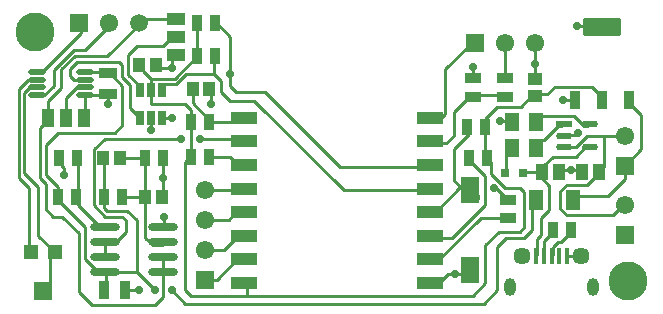
<source format=gtl>
G04*
G04 #@! TF.GenerationSoftware,Altium Limited,Altium Designer,19.1.6 (110)*
G04*
G04 Layer_Physical_Order=1*
G04 Layer_Color=255*
%FSLAX25Y25*%
%MOIN*%
G70*
G01*
G75*
%ADD13C,0.01000*%
%ADD16R,0.04724X0.04724*%
%ADD17R,0.06299X0.05906*%
%ADD19R,0.04528X0.06693*%
%ADD20R,0.03759X0.05339*%
%ADD24R,0.08661X0.04331*%
%ADD25R,0.03740X0.06299*%
%ADD26R,0.06299X0.03740*%
%ADD29R,0.03968X0.04969*%
%ADD30R,0.05339X0.03759*%
%ADD32R,0.04969X0.03968*%
%ADD35R,0.03150X0.03150*%
G04:AMPARAMS|DCode=36|XSize=52.69mil|YSize=22.75mil|CornerRadius=11.38mil|HoleSize=0mil|Usage=FLASHONLY|Rotation=0.000|XOffset=0mil|YOffset=0mil|HoleType=Round|Shape=RoundedRectangle|*
%AMROUNDEDRECTD36*
21,1,0.05269,0.00000,0,0,0.0*
21,1,0.02993,0.02275,0,0,0.0*
1,1,0.02275,0.01497,0.00000*
1,1,0.02275,-0.01497,0.00000*
1,1,0.02275,-0.01497,0.00000*
1,1,0.02275,0.01497,0.00000*
%
%ADD36ROUNDEDRECTD36*%
%ADD37R,0.05269X0.02275*%
%ADD45O,0.09843X0.02756*%
%ADD46O,0.05906X0.01772*%
%ADD47R,0.02756X0.05118*%
%ADD48R,0.05906X0.03937*%
%ADD49R,0.03937X0.05906*%
G04:AMPARAMS|DCode=50|XSize=124.02mil|YSize=57.09mil|CornerRadius=2mil|HoleSize=0mil|Usage=FLASHONLY|Rotation=180.000|XOffset=0mil|YOffset=0mil|HoleType=Round|Shape=RoundedRectangle|*
%AMROUNDEDRECTD50*
21,1,0.12402,0.05309,0,0,180.0*
21,1,0.12002,0.05709,0,0,180.0*
1,1,0.00400,-0.06001,0.02655*
1,1,0.00400,0.06001,0.02655*
1,1,0.00400,0.06001,-0.02655*
1,1,0.00400,-0.06001,-0.02655*
%
%ADD50ROUNDEDRECTD50*%
G04:AMPARAMS|DCode=51|XSize=35.43mil|YSize=57.09mil|CornerRadius=1.95mil|HoleSize=0mil|Usage=FLASHONLY|Rotation=180.000|XOffset=0mil|YOffset=0mil|HoleType=Round|Shape=RoundedRectangle|*
%AMROUNDEDRECTD51*
21,1,0.03543,0.05319,0,0,180.0*
21,1,0.03154,0.05709,0,0,180.0*
1,1,0.00390,-0.01577,0.02659*
1,1,0.00390,0.01577,0.02659*
1,1,0.00390,0.01577,-0.02659*
1,1,0.00390,-0.01577,-0.02659*
%
%ADD51ROUNDEDRECTD51*%
%ADD52R,0.05906X0.09055*%
%ADD53R,0.04134X0.05315*%
%ADD54R,0.04921X0.06102*%
%ADD55R,0.01575X0.05315*%
%ADD56O,0.03937X0.05906*%
%ADD57C,0.05906*%
%ADD58C,0.06102*%
%ADD59R,0.06102X0.06102*%
%ADD60R,0.06102X0.06102*%
%ADD61C,0.05709*%
%ADD62C,0.02756*%
%ADD63C,0.12992*%
D13*
X429410Y317590D02*
X460815D01*
X393000Y348500D02*
Y361000D01*
X388500Y365500D02*
X393000Y361000D01*
Y344500D02*
Y348500D01*
X493999Y341736D02*
X498736D01*
X363971Y349529D02*
Y351500D01*
X398610Y274500D02*
X473791D01*
X380000D02*
X398610D01*
X378000Y319264D02*
X379978Y321242D01*
X378000Y276500D02*
X380000Y274500D01*
X473791D02*
X478000Y278709D01*
X398610Y274500D02*
Y278221D01*
X361500Y367000D02*
X372500D01*
X331126Y333374D02*
X332125Y334373D01*
X347000Y271500D02*
X368000D01*
X342500Y276000D02*
X347000Y271500D01*
X342500Y276000D02*
Y295500D01*
X368000Y271500D02*
X370646Y274146D01*
X358890Y276500D02*
X362500D01*
X358390Y277000D02*
X358890Y276500D01*
X350945Y276555D02*
X351000Y276500D01*
X350445Y275945D02*
X351000Y276500D01*
Y307500D02*
Y321343D01*
X470783Y310717D02*
X473047D01*
X470783D02*
X472500Y309000D01*
X473047Y310717D02*
X475500Y308264D01*
X467500Y323554D02*
X472446Y328500D01*
X467500Y313000D02*
Y323554D01*
X478054Y333554D02*
X482000Y337500D01*
X478054Y331000D02*
Y333554D01*
X351212Y327000D02*
X376500D01*
X354500Y329000D02*
X357000Y331500D01*
X335500Y329000D02*
X354500D01*
X347652Y323440D02*
X351212Y327000D01*
X357000Y331500D02*
Y344500D01*
X353805Y347695D02*
X357000Y344500D01*
X347652Y304690D02*
Y323440D01*
Y304690D02*
X351341Y301000D01*
X357000D01*
X379892Y332500D02*
X379978Y332415D01*
Y321242D02*
Y332415D01*
X344746Y349065D02*
X353626D01*
X349946Y320289D02*
X351000Y321343D01*
X335500Y306500D02*
Y311000D01*
X351000Y304000D02*
Y307500D01*
X358500Y303000D02*
X361750Y299750D01*
X352000Y303000D02*
X358500D01*
X351000Y304000D02*
X352000Y303000D01*
X397075Y327000D02*
X398610Y325465D01*
X357000Y301000D02*
X358086Y299914D01*
X485500Y333000D02*
X486465Y332035D01*
X366500Y332776D02*
X367000Y333276D01*
X351126Y341374D02*
X352126Y340374D01*
X369475Y320422D02*
X370500Y319397D01*
X369265Y307000D02*
X370500Y308236D01*
X336500Y318038D02*
X337500Y317038D01*
X336500Y318038D02*
Y320038D01*
X337500Y315000D02*
Y317038D01*
X362000Y358000D02*
X370500D01*
X359000Y355000D02*
X362000Y358000D01*
X359000Y348165D02*
Y355000D01*
X373500Y361000D02*
X375000D01*
X370500Y358000D02*
X373500Y361000D01*
X378000Y276500D02*
Y319264D01*
X333000Y287657D02*
X334437Y289094D01*
X333000Y278799D02*
Y287657D01*
X330500Y276299D02*
X333000Y278799D01*
X331500Y325000D02*
X335500Y329000D01*
X366500Y330000D02*
Y332776D01*
X329000Y294531D02*
X334437Y289094D01*
X326000Y290094D02*
X327000Y289094D01*
X322500Y314000D02*
X326000Y310500D01*
Y290094D02*
Y310500D01*
X324346Y342104D02*
X326337Y344094D01*
X324346Y315654D02*
Y342104D01*
X326337Y344094D02*
X328654D01*
X322500Y314000D02*
Y343500D01*
X324346Y315654D02*
X329000Y311000D01*
Y294531D02*
Y311000D01*
X361750Y282500D02*
Y299750D01*
Y282500D02*
X367750Y276500D01*
X349000Y282500D02*
X350500D01*
X344500Y287000D02*
X349000Y282500D01*
X351354D02*
X351500Y282354D01*
Y277000D02*
Y282354D01*
X331500Y303500D02*
X334000Y301000D01*
X331500Y303500D02*
Y312000D01*
X329500Y314000D02*
X331500Y312000D01*
X329500Y314000D02*
Y330500D01*
X334000Y301000D02*
X337000D01*
X342500Y295500D01*
X344500Y287000D02*
Y297500D01*
X335500Y306500D02*
X344500Y297500D01*
X331500Y315000D02*
X335500Y311000D01*
X351354Y282500D02*
X361750D01*
X370646Y274146D02*
Y281500D01*
X367750Y276500D02*
Y277250D01*
X358086Y295688D02*
Y299914D01*
X354898Y292500D02*
X358086Y295688D01*
X349607Y297393D02*
X351393D01*
X342108Y304892D02*
Y321895D01*
Y304892D02*
X349607Y297393D01*
X378000Y272000D02*
X477500D01*
X373500Y276500D02*
X378000Y272000D01*
X477500D02*
X482000Y276500D01*
X322500Y343500D02*
X325654Y346654D01*
X328654D01*
X342500Y365500D02*
X343290Y364710D01*
Y362210D02*
Y364710D01*
X330650Y349569D02*
X343290Y362210D01*
X350000Y365500D02*
X351750Y363750D01*
X344500Y356500D02*
X351750Y363750D01*
X340854Y356500D02*
X344500D01*
X334126Y349772D02*
X340854Y356500D01*
X334126Y344626D02*
Y349772D01*
X362500Y365500D02*
Y366000D01*
Y365000D02*
Y365500D01*
X361500Y367000D02*
X362500Y366000D01*
X352000Y354500D02*
X362500Y365000D01*
X341116Y354500D02*
X352000D01*
X370646Y297500D02*
X371000Y297854D01*
Y301000D01*
X331126Y332126D02*
Y333374D01*
X329500Y330500D02*
X331126Y332126D01*
X330293Y349213D02*
X330650Y349569D01*
X328654Y349213D02*
X330293D01*
X336626Y350010D02*
X341116Y354500D01*
X339626Y350181D02*
X341945Y352500D01*
X356000D01*
X357000Y347500D02*
Y351500D01*
X356000Y352500D02*
X357000Y351500D01*
X359500Y337035D02*
Y345000D01*
X357000Y347500D02*
X359500Y345000D01*
X353805Y347695D02*
X354555Y348445D01*
X332125Y334373D02*
X332132Y339393D01*
X336626Y343874D01*
X338126Y340504D02*
X341569Y343947D01*
X338126Y333874D02*
Y340504D01*
X344626Y334437D02*
Y341508D01*
X344598Y341535D02*
X344626Y341508D01*
X344598Y341535D02*
X351732D01*
X331500Y315000D02*
Y325000D01*
X359500Y337035D02*
X362760Y333776D01*
X352126Y338374D02*
Y340374D01*
X351732Y341535D02*
X352126Y341929D01*
X359000Y348165D02*
X362760Y344406D01*
X364735Y307500D02*
Y307501D01*
X363768Y308468D02*
X364500Y309200D01*
X363736Y306999D02*
Y307500D01*
X364735D02*
X364736D01*
X363736D02*
X364735D01*
X357054D02*
X363736D01*
X356264Y320500D02*
X364446D01*
X370500Y308236D02*
Y314000D01*
Y319397D01*
X364500Y309200D02*
Y320030D01*
X364089Y308146D02*
X364735Y307501D01*
X363986Y306750D02*
X364624Y306111D01*
X357054Y306446D02*
X357107Y306500D01*
X341500Y307288D02*
X341607Y307395D01*
X357054Y306446D02*
Y307500D01*
X370646Y282500D02*
Y287500D01*
X367102Y291500D02*
X370646D01*
X364624Y293978D02*
X367102Y291500D01*
X364624Y293978D02*
Y306111D01*
X364736Y307500D02*
X364986Y307250D01*
X351354Y292500D02*
X354898D01*
X351354Y287500D02*
Y292500D01*
X341569Y343947D02*
X344451D01*
X340885Y346654D02*
X344598D01*
X339626Y347913D02*
X340885Y346654D01*
X369265Y350500D02*
X373500D01*
X368265Y351500D02*
X369265Y350500D01*
X372922Y353906D02*
X374016Y355000D01*
X374969D01*
X373500Y350500D02*
Y353532D01*
X374969Y355000D01*
X375000D01*
X366500Y347000D02*
X374446D01*
X363971Y349529D02*
X366500Y347000D01*
X478054Y321000D02*
Y331000D01*
X366500Y343224D02*
Y347000D01*
X430850Y309717D02*
X460815D01*
X370595Y345094D02*
X375000D01*
X378405Y348500D01*
X386000D01*
X387590Y354036D02*
X388054Y354500D01*
X387590Y348500D02*
Y354036D01*
X374446Y347000D02*
X381946Y354500D01*
X478554Y320500D02*
X479934Y319120D01*
X478054Y321000D02*
X478554Y320500D01*
X479934Y315137D02*
X484571Y310500D01*
X479934Y315137D02*
Y319120D01*
X517500Y328000D02*
X524500D01*
X511973D02*
X517500D01*
X517421Y327921D02*
X517500Y328000D01*
X517421Y317567D02*
Y327921D01*
X515854Y316000D02*
X517421Y317567D01*
X484571Y310500D02*
X489504D01*
X481633D02*
X485500Y306633D01*
X481067Y310500D02*
X481633D01*
X478000Y278709D02*
Y291500D01*
X482000Y276500D02*
Y291000D01*
X497646Y316000D02*
Y318146D01*
X490453Y316000D02*
X496791D01*
X495100Y288061D02*
Y293600D01*
X496500Y295000D01*
Y300500D01*
X499333Y303333D01*
X495039Y288000D02*
X495100Y288061D01*
X497598Y288000D02*
Y292862D01*
X500446Y295710D01*
X499333Y303333D02*
Y311167D01*
X520564Y301500D02*
X524064Y305000D01*
X505086Y301500D02*
X520564D01*
X503000Y303586D02*
X505086Y301500D01*
X511945Y311500D02*
X515854Y315409D01*
X505086Y311500D02*
X511945D01*
X503000Y309414D02*
X505086Y311500D01*
X503000Y303586D02*
Y309414D01*
X524064Y305000D02*
X524500D01*
X519000Y308000D02*
X524500Y313500D01*
X507500Y308000D02*
X519000D01*
X524500Y318000D02*
X530000Y323500D01*
X524500Y313500D02*
Y318000D01*
X515854Y315409D02*
Y316000D01*
X496791Y313709D02*
X499333Y311167D01*
X496791Y313709D02*
Y316000D01*
X493500Y296500D02*
Y306000D01*
X490750Y293750D02*
X493500Y296500D01*
X500500Y321000D02*
X508138D01*
X497646Y318146D02*
X500500Y321000D01*
X503854Y316500D02*
X506500D01*
X503354Y316000D02*
X503854Y316500D01*
X506500D02*
X509646D01*
X510146Y316000D01*
X508138Y321000D02*
X510898Y323760D01*
X485004Y322039D02*
X486965Y324000D01*
X485004Y316457D02*
Y322039D01*
X484547Y316000D02*
X485004Y316457D01*
X508233Y324260D02*
X511973Y328000D01*
X508525Y329000D02*
X509000D01*
X507769Y328244D02*
X508525Y329000D01*
X504350Y328244D02*
X507769D01*
X504106Y328000D02*
X504350Y328244D01*
X504106Y324260D02*
X508233D01*
X507736Y334500D02*
X510996Y331240D01*
X497000Y334500D02*
X507736D01*
X510996Y331240D02*
X512395D01*
X489504Y310500D02*
X491000Y309004D01*
Y297500D02*
Y309004D01*
X489500Y296000D02*
X491000Y297500D01*
X484750Y293750D02*
X490750D01*
X506554Y295710D02*
Y296500D01*
X503373Y292530D02*
X506554Y295710D01*
X502246Y292530D02*
X503373D01*
X500445Y290729D02*
X502246Y292530D01*
X500445Y288287D02*
Y290729D01*
X500157Y288000D02*
X500445Y288287D01*
X500446Y295710D02*
Y296500D01*
X505276Y288000D02*
X510000D01*
X482000Y291000D02*
X484750Y293750D01*
X478000Y291500D02*
X482500Y296000D01*
X489500D01*
X505217Y288559D02*
X505276Y288500D01*
X458650Y286094D02*
X460815D01*
X474000Y347054D02*
Y351000D01*
X366731Y338500D02*
X377961D01*
X366500Y338731D02*
X366731Y338500D01*
X489764Y337500D02*
X493999Y341736D01*
X482000Y337500D02*
X489764D01*
X495036Y332535D02*
X497000Y334500D01*
X462094Y278500D02*
X465594Y282000D01*
X468000D01*
X471500D01*
X476446Y300446D02*
X485500D01*
X462339Y286339D02*
X476446Y300446D01*
X460815Y286339D02*
X462339D01*
X472165Y320218D02*
X478000Y314383D01*
Y305000D02*
Y314383D01*
X466968Y293969D02*
X478000Y305000D01*
X460815Y293969D02*
X466968D01*
X469783Y310717D02*
X470783D01*
X469689D02*
X469783D01*
X460815Y301842D02*
X469689Y310717D01*
X467500Y313000D02*
X469783Y310717D01*
X475500Y306689D02*
Y308264D01*
X530000Y323500D02*
Y334866D01*
X526055Y338811D02*
X530000Y334866D01*
X526055Y338811D02*
Y339894D01*
X524500Y305000D02*
X524551Y305051D01*
X461594Y279000D02*
X462094Y278500D01*
X460815Y278221D02*
X461594Y279000D01*
X523500Y294000D02*
X524500Y295000D01*
X497420Y326551D02*
X502109Y331240D01*
X496996Y326551D02*
X497420D01*
X513895Y331740D02*
X514894D01*
X510898Y323760D02*
X512395D01*
X495035Y324000D02*
Y324590D01*
X496996Y326551D01*
X502109Y331240D02*
X503606D01*
X483000Y333000D02*
X485500D01*
X486465Y332035D02*
X486965Y332535D01*
X344451Y343947D02*
X344598Y344094D01*
X336626Y343874D02*
Y350010D01*
X344598Y349213D02*
X344746Y349065D01*
X329626Y341374D02*
X330874D01*
X339626Y347913D02*
Y350181D01*
X330874Y341374D02*
X334126Y344626D01*
X362500Y344146D02*
X362760Y344406D01*
X484500Y349054D02*
Y359000D01*
X366500Y333776D02*
X367000Y333276D01*
X394595Y286094D02*
X398610D01*
X383500Y279000D02*
X384500Y280000D01*
X388500D02*
X394595Y286094D01*
X384500Y280000D02*
X388500D01*
X394969Y293969D02*
X398610D01*
X383500Y289000D02*
X384500Y290000D01*
X391000D02*
X394969Y293969D01*
X384500Y290000D02*
X391000D01*
X394342Y301842D02*
X398610D01*
X383500Y299000D02*
X384500Y300000D01*
X392500D02*
X394342Y301842D01*
X384500Y300000D02*
X392500D01*
X384216Y309717D02*
X398610D01*
X383500Y309000D02*
X384216Y309717D01*
X370595Y343579D02*
Y345094D01*
X370240Y343224D02*
X370595Y343579D01*
X370465Y334000D02*
X373500D01*
X370240Y333776D02*
X370465Y334000D01*
X387590Y348500D02*
X390000Y346090D01*
Y342500D02*
Y346090D01*
Y342500D02*
X393000Y339500D01*
Y344500D02*
X395000Y342500D01*
X396445Y317590D02*
X398610D01*
X386054Y321000D02*
X393035D01*
X396445Y317590D01*
X401066Y339500D02*
X430850Y309717D01*
X393000Y339500D02*
X401066D01*
X404500Y342500D02*
X429410Y317590D01*
X395000Y342500D02*
X404500D01*
X383000Y327000D02*
X397075D01*
X397772Y332500D02*
X398610Y333339D01*
X467500Y328000D02*
Y335736D01*
X464965Y325465D02*
X467500Y328000D01*
Y335736D02*
X473210Y341446D01*
X474000D02*
X484500D01*
X474000Y347054D02*
X474500Y347554D01*
X386054Y348500D02*
X387590D01*
X377961Y338500D02*
X379892Y336569D01*
Y332500D02*
Y336569D01*
X386054Y321000D02*
Y322000D01*
X369174Y321880D02*
X370554Y320500D01*
X494500Y352000D02*
Y359000D01*
Y347265D02*
Y352000D01*
X495035Y324000D02*
X496000D01*
X460815Y286094D02*
Y286339D01*
X486965Y332535D02*
X487036Y332606D01*
X386500Y338500D02*
Y343000D01*
X386000Y343500D02*
X386500Y343000D01*
X380471Y338819D02*
Y343500D01*
Y338819D02*
X386000Y333290D01*
X498736Y341736D02*
X501248Y344248D01*
X513728D01*
X473500Y359000D02*
X474500D01*
X464646Y350146D02*
X473500Y359000D01*
X464646Y335004D02*
Y350146D01*
X508500Y364500D02*
X516606D01*
X517000Y364106D01*
X369475Y320422D02*
X369554Y320500D01*
X507839Y340000D02*
X507945Y339894D01*
X504000Y340000D02*
X507839D01*
X366500Y338731D02*
Y343224D01*
X370240D02*
Y344406D01*
X381946Y354500D02*
Y365500D01*
X386000Y332500D02*
X397772D01*
X386000D02*
Y333290D01*
X462980Y333339D02*
X464646Y335004D01*
X460815Y333339D02*
X462980D01*
X460815Y325465D02*
X464965D01*
X517000Y339894D02*
Y340976D01*
X513728Y344248D02*
X517000Y340976D01*
D16*
X326563Y289094D02*
D03*
X334437D02*
D03*
D17*
X330500Y276299D02*
D03*
D19*
X495000Y306500D02*
D03*
X507402D02*
D03*
D20*
X500446Y296500D02*
D03*
X506554D02*
D03*
X350946Y307500D02*
D03*
X357054D02*
D03*
X364446Y320500D02*
D03*
X370554D02*
D03*
X335946D02*
D03*
X342054D02*
D03*
X335446Y307500D02*
D03*
X341554D02*
D03*
X381946Y365500D02*
D03*
X388054D02*
D03*
X381946Y354500D02*
D03*
X388054D02*
D03*
X379892Y332500D02*
D03*
X386000D02*
D03*
X379946Y321000D02*
D03*
X386054D02*
D03*
X478554Y320500D02*
D03*
X472446D02*
D03*
X471946Y331000D02*
D03*
X478054D02*
D03*
D24*
X459724Y333929D02*
D03*
Y326055D02*
D03*
Y318181D02*
D03*
Y310307D02*
D03*
Y302433D02*
D03*
Y294559D02*
D03*
Y286685D02*
D03*
Y278811D02*
D03*
X397520D02*
D03*
Y286685D02*
D03*
Y294559D02*
D03*
Y302433D02*
D03*
Y310307D02*
D03*
Y318181D02*
D03*
Y326055D02*
D03*
Y333929D02*
D03*
D25*
X351055Y276500D02*
D03*
X357945D02*
D03*
D26*
X352126Y348819D02*
D03*
Y341929D02*
D03*
D29*
X368265Y351500D02*
D03*
X362736D02*
D03*
X356264Y320500D02*
D03*
X350735D02*
D03*
X370265Y307500D02*
D03*
X364736D02*
D03*
X386000Y343500D02*
D03*
X380471D02*
D03*
D30*
X485500Y306554D02*
D03*
Y300446D02*
D03*
X474000Y340946D02*
D03*
Y347054D02*
D03*
X484500Y340946D02*
D03*
Y347054D02*
D03*
D32*
X494500Y346764D02*
D03*
Y341235D02*
D03*
D35*
X484547Y315500D02*
D03*
X490453D02*
D03*
D36*
X512894Y331740D02*
D03*
Y324260D02*
D03*
X504106D02*
D03*
Y328000D02*
D03*
D37*
Y331740D02*
D03*
D45*
X351354Y297500D02*
D03*
Y292500D02*
D03*
Y287500D02*
D03*
Y282500D02*
D03*
X370646Y297500D02*
D03*
Y292500D02*
D03*
Y287500D02*
D03*
Y282500D02*
D03*
D46*
X328654Y349213D02*
D03*
Y346654D02*
D03*
Y344094D02*
D03*
Y341535D02*
D03*
X344598Y349213D02*
D03*
Y346654D02*
D03*
Y344094D02*
D03*
Y341535D02*
D03*
D47*
X362760Y333776D02*
D03*
X366500D02*
D03*
X370240D02*
D03*
Y343224D02*
D03*
X366500D02*
D03*
X362760D02*
D03*
D48*
X375000Y355000D02*
D03*
Y361000D02*
D03*
Y367000D02*
D03*
D49*
X332126Y333874D02*
D03*
X338126D02*
D03*
X344126D02*
D03*
D50*
X517000Y364106D02*
D03*
D51*
X526055Y339894D02*
D03*
X517000D02*
D03*
X507945D02*
D03*
D52*
X473000Y309689D02*
D03*
Y283311D02*
D03*
D53*
X515854Y316000D02*
D03*
X510146D02*
D03*
X496791D02*
D03*
X502500D02*
D03*
D54*
X486965Y324000D02*
D03*
X495035D02*
D03*
X486965Y332535D02*
D03*
X495036D02*
D03*
D55*
X495039Y288000D02*
D03*
X497598D02*
D03*
X500157D02*
D03*
X502716D02*
D03*
X505276D02*
D03*
D56*
X513937Y277370D02*
D03*
X486378D02*
D03*
D57*
X362500Y365500D02*
D03*
D58*
X352500D02*
D03*
X524500Y328000D02*
D03*
Y305000D02*
D03*
X384500Y290000D02*
D03*
Y300000D02*
D03*
Y310000D02*
D03*
X494500Y359000D02*
D03*
X484500D02*
D03*
D59*
X342500Y365500D02*
D03*
X474500Y359000D02*
D03*
D60*
X524500Y318000D02*
D03*
Y295000D02*
D03*
X384500Y280000D02*
D03*
D61*
X510000Y288000D02*
D03*
X490315D02*
D03*
D62*
X393000Y348500D02*
D03*
X362500Y276500D02*
D03*
X376500Y327000D02*
D03*
X337500Y315000D02*
D03*
X366500Y330000D02*
D03*
X367750Y276500D02*
D03*
X373500D02*
D03*
X371000Y301000D02*
D03*
X352126Y338374D02*
D03*
X370500Y314000D02*
D03*
X481067Y310500D02*
D03*
X506500Y316500D02*
D03*
X509000Y329000D02*
D03*
X474000Y351000D02*
D03*
X468000Y282000D02*
D03*
X483000Y333000D02*
D03*
X373500Y350500D02*
D03*
Y334000D02*
D03*
X383000Y327000D02*
D03*
X386500Y338500D02*
D03*
X494500Y352000D02*
D03*
X508500Y364500D02*
D03*
X504000Y340000D02*
D03*
D63*
X525500Y279500D02*
D03*
X328000Y362500D02*
D03*
M02*

</source>
